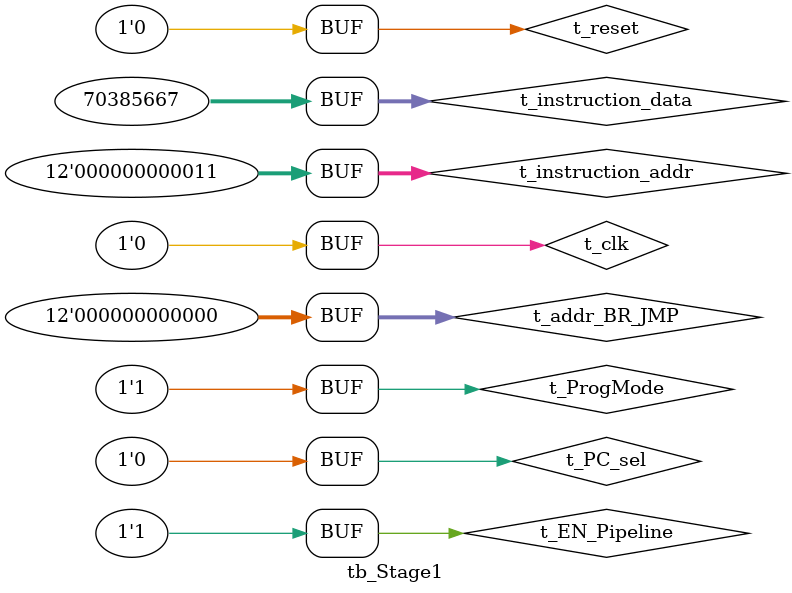
<source format=v>
`timescale 1ns/1ns
module tb_Stage1();

	reg t_reset;
	reg t_clk;
	reg [11:0]t_instruction_addr;
	reg [31:0]t_instruction_data;
	reg  t_PC_sel;
	reg t_ProgMode;
	reg [11:0]t_addr_BR_JMP;
	reg t_EN_Pipeline;

	wire [31:0]t_instruction_out;


	Stage1	DUT(
		.clk		(t_clk),
		.reset		(t_reset),
		.Instruction_addr		(t_instruction_addr),
		.Instruction_Data	(t_instruction_data),
		.PC_sel		(t_PC_sel),
		.ProgMode		(t_ProgMode),
		.addr_BR_JMP     (t_addr_BR_JMP),
		.En_Pipeline       (t_EN_Pipeline),
		.Instruction_out(t_instruction_out));
	always
	begin
		t_clk=1'b1;
		#10;
		t_clk=1'b0;
		#10;
	end

	initial
	begin
		t_instruction_addr=12'd0;
		t_instruction_data=32'd0;
		t_PC_sel=1'b0;
		t_ProgMode=1'b0;
		t_addr_BR_JMP=12'd0;
		t_EN_Pipeline=1'b0;
		t_reset=1'b1;
		#20;
		t_reset=1'b0;
		t_instruction_data = 32'h00221804;
		#20;
		t_instruction_addr=12'd1;
		t_instruction_data = 32'h10220005;
		#20;
		t_instruction_addr=12'd2;
		t_instruction_data = 32'hfc00003d;	
		#20;
		t_instruction_addr=12'd3;
		t_instruction_data = 32'h04320003;
		#20;	
		t_ProgMode=1'b1;
		#10;
		t_EN_Pipeline=1'b1;
		#80;
	end

endmodule

// run 190ns

</source>
